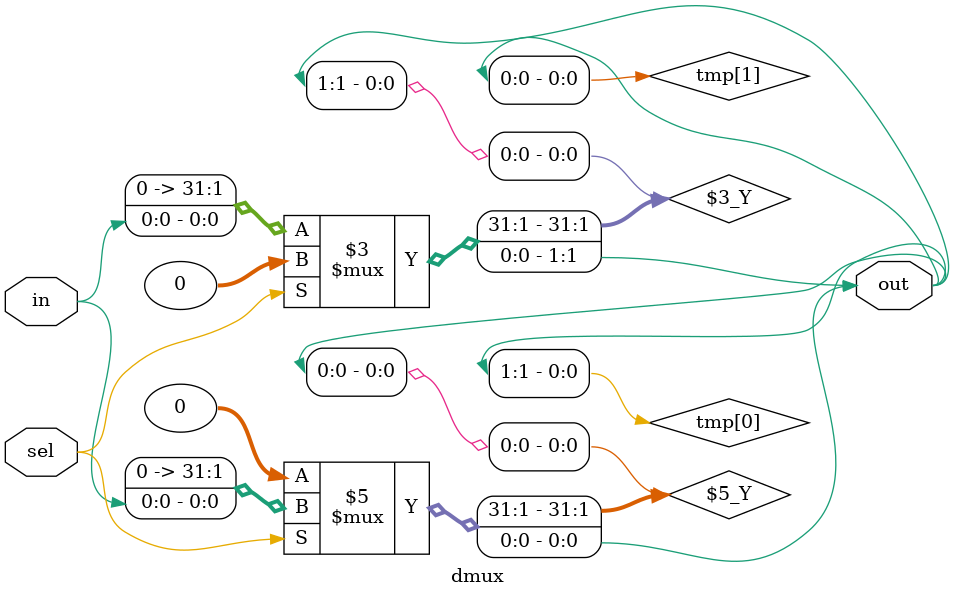
<source format=v>
/*
 * Copyright Grant Lemons for CSCI410
 * 2025-11-03
 *
 * These modules provide parameterized multiplexers and demultiplexers that
 * work with different type lengths (N) and ways to split/merge (W).
 * The multiplexer's in and the demultiplexer's out ports are packed arrays of
 * bus size N and count W.
 * The selector bus is size log2(W).
 */

module mux #(parameter W = 2, parameter N = 1) (
    input [(W*N)-1:0] in,
    input [$clog2(W)-1:0] sel,
    output [N-1:0] out
);
    wire [N-1:0] tmp [1:0];
    generate
        if (W == 2) begin
            assign tmp[0] = in[N-1:0];
            assign tmp[1] = in[(N*2)-1:N];
        end
        else begin
            mux #(W/2, N) m0 (in[(W*N/2)-1:0], sel[$clog2(W)-2:0], tmp[0]);
            mux #(W/2, N) m1 (in[(W*N)-1:W*N/2], sel[$clog2(W)-2:0], tmp[1]);
        end
    endgenerate
    assign out = sel[$clog2(W)-1] ? tmp[0] : tmp[1];
endmodule

module dmux #(parameter W = 2, parameter N = 1) (
    input [N-1:0] in,
    input [$clog2(W)-1:0] sel,
    output [(W*N)-1:0] out
);
    wire [N-1:0] tmp [1:0];
    assign tmp[0] = sel[$clog2(W)-1] ? 0 : in;
    assign tmp[1] = sel[$clog2(W)-1] ? in : 0;
    generate
        if (W == 2)
            assign out = { tmp[0], tmp[1] };
        else begin
            dmux #(W/2, N) d1 (tmp[0], sel[$clog2(W)-2:0], out[(W*N)-1:W*N/2]);
            dmux #(W/2, N) d0 (tmp[1], sel[$clog2(W)-2:0], out[(W*N/2)-1:0]);
        end
    endgenerate
endmodule
</source>
